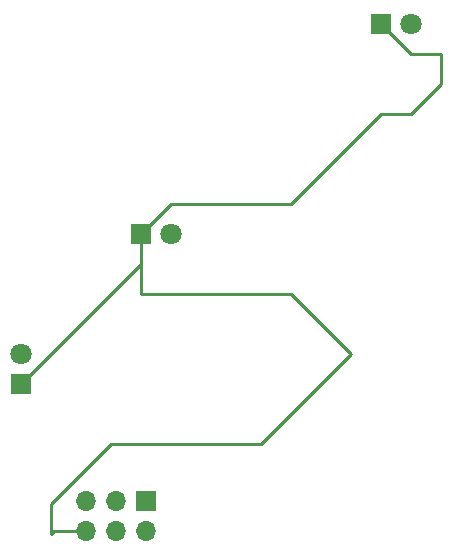
<source format=gbr>
%TF.GenerationSoftware,KiCad,Pcbnew,(6.0.9)*%
%TF.CreationDate,2023-05-26T18:18:51-07:00*%
%TF.ProjectId,DC31_Cnet_Badge_SAO,44433331-5f43-46e6-9574-5f4261646765,rev?*%
%TF.SameCoordinates,Original*%
%TF.FileFunction,Copper,L2,Bot*%
%TF.FilePolarity,Positive*%
%FSLAX46Y46*%
G04 Gerber Fmt 4.6, Leading zero omitted, Abs format (unit mm)*
G04 Created by KiCad (PCBNEW (6.0.9)) date 2023-05-26 18:18:51*
%MOMM*%
%LPD*%
G01*
G04 APERTURE LIST*
%TA.AperFunction,ComponentPad*%
%ADD10R,1.800000X1.800000*%
%TD*%
%TA.AperFunction,ComponentPad*%
%ADD11C,1.800000*%
%TD*%
%TA.AperFunction,ComponentPad*%
%ADD12R,1.700000X1.700000*%
%TD*%
%TA.AperFunction,ComponentPad*%
%ADD13O,1.700000X1.700000*%
%TD*%
%TA.AperFunction,Conductor*%
%ADD14C,0.250000*%
%TD*%
G04 APERTURE END LIST*
D10*
%TO.P,D2,1,K*%
%TO.N,GND*%
X127000000Y-121920000D03*
D11*
%TO.P,D2,2,A*%
%TO.N,+3.3V*%
X129540000Y-121920000D03*
%TD*%
D10*
%TO.P,D1,1,K*%
%TO.N,GND*%
X116840000Y-134620000D03*
D11*
%TO.P,D1,2,A*%
%TO.N,+3.3V*%
X116840000Y-132080000D03*
%TD*%
D12*
%TO.P,J1,1,Pin_1*%
%TO.N,unconnected-(J1-Pad1)*%
X127425000Y-144547500D03*
D13*
%TO.P,J1,2,Pin_2*%
%TO.N,unconnected-(J1-Pad2)*%
X127425000Y-147087500D03*
%TO.P,J1,3,Pin_3*%
%TO.N,unconnected-(J1-Pad3)*%
X124885000Y-144547500D03*
%TO.P,J1,4,Pin_4*%
%TO.N,unconnected-(J1-Pad4)*%
X124885000Y-147087500D03*
%TO.P,J1,5,Pin_5*%
%TO.N,+3.3V*%
X122345000Y-144547500D03*
%TO.P,J1,6,Pin_6*%
%TO.N,GND*%
X122345000Y-147087500D03*
%TD*%
D10*
%TO.P,D3,1,K*%
%TO.N,GND*%
X147320000Y-104140000D03*
D11*
%TO.P,D3,2,A*%
%TO.N,+3.3V*%
X149860000Y-104140000D03*
%TD*%
D14*
%TO.N,GND*%
X144780000Y-132080000D02*
X139700000Y-127000000D01*
X149860000Y-111760000D02*
X147320000Y-111760000D01*
X129540000Y-119380000D02*
X127000000Y-121920000D01*
X152400000Y-106680000D02*
X152400000Y-109220000D01*
X119380000Y-147320000D02*
X119380000Y-144780000D01*
X139700000Y-127000000D02*
X127000000Y-127000000D01*
X127000000Y-124460000D02*
X127000000Y-121920000D01*
X152400000Y-109220000D02*
X149860000Y-111760000D01*
X119612500Y-147087500D02*
X119380000Y-147320000D01*
X116840000Y-134620000D02*
X127000000Y-124460000D01*
X127000000Y-127000000D02*
X127000000Y-121920000D01*
X124460000Y-139700000D02*
X137160000Y-139700000D01*
X149860000Y-106680000D02*
X152400000Y-106680000D01*
X147320000Y-111760000D02*
X139700000Y-119380000D01*
X147320000Y-104140000D02*
X149860000Y-106680000D01*
X139700000Y-119380000D02*
X129540000Y-119380000D01*
X122345000Y-147087500D02*
X119612500Y-147087500D01*
X119380000Y-144780000D02*
X124460000Y-139700000D01*
X137160000Y-139700000D02*
X144780000Y-132080000D01*
%TD*%
M02*

</source>
